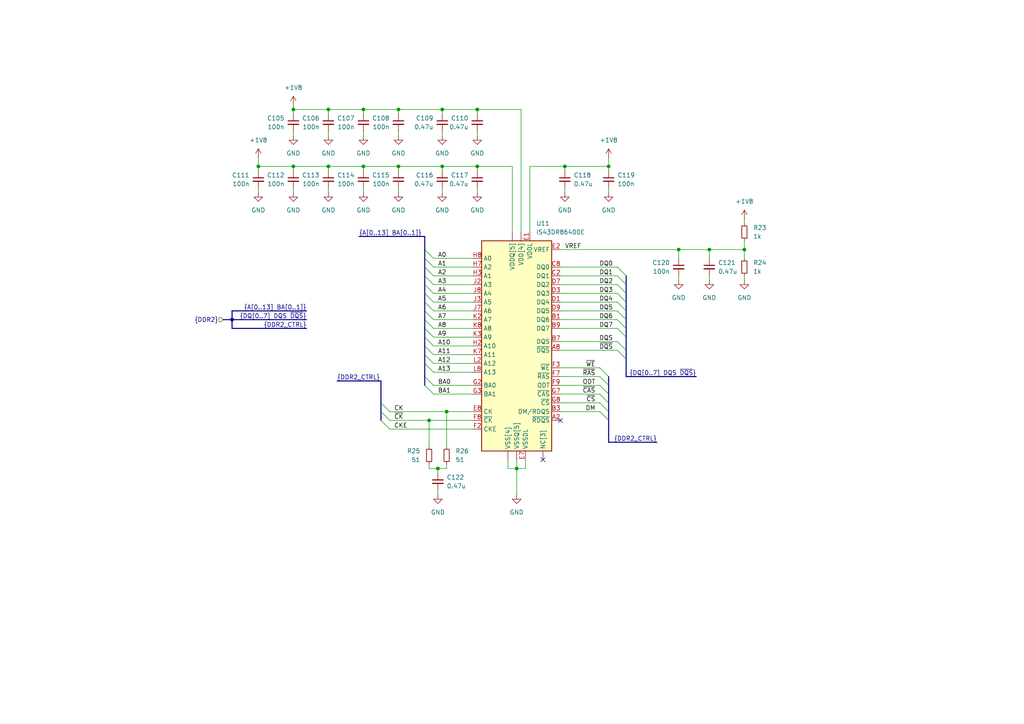
<source format=kicad_sch>
(kicad_sch (version 20231120) (generator "eeschema") (generator_version "8.0")
  (paper "A4")
  (title_block (title "${Project Designation}") (date "2024-06-30") (rev "${Revision}") (comment 1 "${Project Title}") (comment 2 "DDR2") (comment 3 "${Part Number}"))
  (lib_symbols
    (symbol "Device:C_Small" (pin_numbers hide) (pin_names (offset 0.254) hide)
      (property "Reference" "C" (at 0.254 1.778 0))
      (property "Value" "C_Small" (at 0.254 -2.032 0))
      (symbol "C_Small_0_1"
        (polyline (pts (xy -1.524 -0.508) (xy 1.524 -0.508)) (stroke (width 0.3302)))
        (polyline (pts (xy -1.524 0.508) (xy 1.524 0.508)) (stroke (width 0.3048)))
      )
      (symbol "C_Small_1_1"
        (pin passive line (at 0 2.54 270) (length 2.032) (name "~") (number "1"))
        (pin passive line (at 0 -2.54 90) (length 2.032) (name "~") (number "2"))
      )
    )
    (symbol "Device:R_Small" (pin_numbers hide) (pin_names (offset 0.254) hide)
      (property "Reference" "R" (at 0.762 0.508 0))
      (property "Value" "R_Small" (at 0.762 -1.016 0))
      (symbol "R_Small_0_1"
        (rectangle (start -0.762 1.778) (end 0.762 -1.778) (stroke (width 0.2032)))
      )
      (symbol "R_Small_1_1"
        (pin passive line (at 0 2.54 270) (length 0.762) (name "~") (number "1"))
        (pin passive line (at 0 -2.54 90) (length 0.762) (name "~") (number "2"))
      )
    )
    (symbol "ECAP5-BSOM:IS43DR86400E"
      (property "Reference" "U" (at -10.16 30.48 0))
      (property "Value" "IS43DR86400E" (at 4.826 30.48 0))
      (symbol "IS43DR86400E_0_0"
        (pin input line (at 7.62 -34.29 90) (length 2.54) (name "NC[3]") (number ""))
        (pin input line (at -1.27 31.75 270) (length 2.54) (name "VDDQ[5]") (number ""))
        (pin input line (at 1.27 31.75 270) (length 2.54) (name "VDD[4]") (number ""))
        (pin input line (at 0 -34.29 90) (length 2.54) (name "VSSQ[5]") (number ""))
        (pin input line (at -2.54 -34.29 90) (length 2.54) (name "VSS[4]") (number ""))
        (pin input line (at 1.27 31.75 270) (length 2.54) hide (name "VDD") (number "A1"))
        (pin input line (at 12.7 -22.86 180) (length 2.54) (name "~{RDQS}") (number "A2"))
        (pin input line (at -2.54 -34.29 90) (length 2.54) hide (name "VSS") (number "A3"))
        (pin input line (at 0 -34.29 90) (length 2.54) hide (name "VSSQ") (number "A7"))
        (pin input line (at 12.7 -2.54 180) (length 2.54) (name "~{DQS}") (number "A8"))
        (pin input line (at -1.27 31.75 270) (length 2.54) hide (name "VDDQ") (number "A9"))
        (pin input line (at 12.7 6.35 180) (length 2.54) (name "DQ6") (number "B1"))
        (pin input line (at 0 -34.29 90) (length 2.54) hide (name "VSSQ") (number "B2"))
        (pin input line (at 12.7 -20.32 180) (length 2.54) (name "DM/RDQS") (number "B3"))
        (pin input line (at 12.7 0 180) (length 2.54) (name "DQS") (number "B7"))
        (pin input line (at 0 -34.29 90) (length 2.54) hide (name "VSSQ") (number "B8"))
        (pin input line (at 12.7 3.81 180) (length 2.54) (name "DQ7") (number "B9"))
        (pin input line (at -1.27 31.75 270) (length 2.54) hide (name "VDDQ") (number "C1"))
        (pin input line (at 12.7 19.05 180) (length 2.54) (name "DQ1") (number "C2"))
        (pin input line (at -1.27 31.75 270) (length 2.54) hide (name "VDDQ") (number "C3"))
        (pin input line (at -1.27 31.75 270) (length 2.54) hide (name "VDDQ") (number "C7"))
        (pin input line (at 12.7 21.59 180) (length 2.54) (name "DQ0") (number "C8"))
        (pin input line (at -1.27 31.75 270) (length 2.54) hide (name "VDDQ") (number "C9"))
        (pin input line (at 12.7 11.43 180) (length 2.54) (name "DQ4") (number "D1"))
        (pin input line (at 0 -34.29 90) (length 2.54) hide (name "VSSQ") (number "D2"))
        (pin input line (at 12.7 13.97 180) (length 2.54) (name "DQ3") (number "D3"))
        (pin input line (at 12.7 16.51 180) (length 2.54) (name "DQ2") (number "D7"))
        (pin input line (at 0 -34.29 90) (length 2.54) hide (name "VSSQ") (number "D8"))
        (pin input line (at 12.7 8.89 180) (length 2.54) (name "DQ5") (number "D9"))
        (pin input line (at 3.81 31.75 270) (length 2.54) (name "VDDL") (number "E1"))
        (pin input line (at 12.7 26.67 180) (length 2.54) (name "VREF") (number "E2"))
        (pin input line (at -2.54 -34.29 90) (length 2.54) hide (name "VSS") (number "E3"))
        (pin input line (at 2.54 -34.29 90) (length 2.54) (name "VSSDL") (number "E7"))
        (pin input line (at -12.7 -20.32 0) (length 2.54) (name "CK") (number "E8"))
        (pin input line (at 1.27 31.75 270) (length 2.54) hide (name "VDD") (number "E9"))
        (pin input line (at -12.7 -25.4 0) (length 2.54) (name "CKE") (number "F2"))
        (pin input line (at 12.7 -7.62 180) (length 2.54) (name "~{WE}") (number "F3"))
        (pin input line (at 12.7 -10.16 180) (length 2.54) (name "~{RAS}") (number "F7"))
        (pin input line (at -12.7 -22.86 0) (length 2.54) (name "~{CK}") (number "F8"))
        (pin input line (at 12.7 -12.7 180) (length 2.54) (name "ODT") (number "F9"))
        (pin input line (at 7.62 -34.29 90) (length 2.54) hide (name "NC") (number "G1"))
        (pin input line (at -12.7 -12.7 0) (length 2.54) (name "BA0") (number "G2"))
        (pin input line (at -12.7 -15.24 0) (length 2.54) (name "BA1") (number "G3"))
        (pin input line (at 12.7 -15.24 180) (length 2.54) (name "~{CAS}") (number "G7"))
        (pin input line (at 12.7 -17.78 180) (length 2.54) (name "~{CS}") (number "G8"))
        (pin input line (at -12.7 -1.27 0) (length 2.54) (name "A10") (number "H2"))
        (pin input line (at -12.7 19.05 0) (length 2.54) (name "A1") (number "H3"))
        (pin input line (at -12.7 21.59 0) (length 2.54) (name "A2") (number "H7"))
        (pin input line (at -12.7 24.13 0) (length 2.54) (name "A0") (number "H8"))
        (pin input line (at 1.27 31.75 270) (length 2.54) hide (name "VDD") (number "H9"))
        (pin input line (at -2.54 -34.29 90) (length 2.54) hide (name "VSS") (number "J1"))
        (pin input line (at -12.7 16.51 0) (length 2.54) (name "A3") (number "J2"))
        (pin input line (at -12.7 11.43 0) (length 2.54) (name "A5") (number "J3"))
        (pin input line (at -12.7 8.89 0) (length 2.54) (name "A6") (number "J7"))
        (pin input line (at -12.7 13.97 0) (length 2.54) (name "A4") (number "J8"))
        (pin input line (at -12.7 6.35 0) (length 2.54) (name "A7") (number "K2"))
        (pin input line (at -12.7 1.27 0) (length 2.54) (name "A9") (number "K3"))
        (pin input line (at -12.7 -3.81 0) (length 2.54) (name "A11") (number "K7"))
        (pin input line (at -12.7 3.81 0) (length 2.54) (name "A8") (number "K8"))
        (pin input line (at -2.54 -34.29 90) (length 2.54) hide (name "VSS") (number "K9"))
        (pin input line (at 1.27 31.75 270) (length 2.54) hide (name "VDD") (number "L1"))
        (pin input line (at -12.7 -6.35 0) (length 2.54) (name "A12") (number "L2"))
        (pin input line (at 7.62 -34.29 90) (length 2.54) hide (name "NC") (number "L3"))
        (pin input line (at 7.62 -34.29 90) (length 2.54) hide (name "NC") (number "L7"))
        (pin input line (at -12.7 -8.89 0) (length 2.54) (name "A13") (number "L8"))
      )
      (symbol "IS43DR86400E_0_1"
        (rectangle (start -10.16 29.21) (end 10.16 -31.75) (stroke (width 0.254)) (fill (type background)))
      )
    )
    (symbol "power:+1V8" (power) (pin_numbers hide) (pin_names (offset 0) hide)
      (property "Value" "+1V8" (at 0 3.556 0))
      (symbol "+1V8_0_1"
        (polyline (pts (xy -0.762 1.27) (xy 0 2.54)))
        (polyline (pts (xy 0 0) (xy 0 2.54)))
        (polyline (pts (xy 0 2.54) (xy 0.762 1.27)))
      )
      (symbol "+1V8_1_1"
        (pin power_in line (at 0 0 90) (length 0) (name "~") (number "1"))
      )
    )
    (symbol "power:GND" (power) (pin_numbers hide) (pin_names (offset 0) hide)
      (property "Value" "GND" (at 0 -3.81 0))
      (symbol "GND_0_1"
        (polyline (pts (xy 0 0) (xy 0 -1.27) (xy 1.27 -1.27) (xy 0 -2.54) (xy -1.27 -1.27) (xy 0 -1.27)))
      )
      (symbol "GND_1_1"
        (pin power_in line (at 0 0 270) (length 0) (name "~") (number "1"))
      )
    )
  )
  (bus_alias "DDR2" (members "A[0..13]" "BA[0..1]" "DQ[0..7]" "DQS" "~{DQS}" "{DDR2_CTRL}"))
  (bus_alias "DDR2_CTRL" (members "~{LB}" "~{UB}" "~{WE}" "~{OE}" "~{CE}"))
  (junction (at 115.57 48.26))
  (junction (at 124.46 121.92))
  (junction (at 127 135.89))
  (junction (at 128.27 31.75))
  (junction (at 85.09 31.75))
  (junction (at 196.85 72.39))
  (junction (at 67.31 92.71))
  (junction (at 129.54 119.38))
  (junction (at 115.57 31.75))
  (junction (at 105.41 31.75))
  (junction (at 138.43 48.26))
  (junction (at 176.53 48.26))
  (junction (at 95.25 31.75))
  (junction (at 138.43 31.75))
  (junction (at 205.74 72.39))
  (junction (at 163.83 48.26))
  (junction (at 85.09 48.26))
  (junction (at 149.86 135.89))
  (junction (at 215.9 72.39))
  (junction (at 95.25 48.26))
  (junction (at 74.93 48.26))
  (junction (at 105.41 48.26))
  (junction (at 128.27 48.26))
  (no_connect (at 157.48 133.35))
  (no_connect (at 162.56 121.92))
  (bus_entry (at 176.53 114.3) (size -2.54 -2.54))
  (bus_entry (at 181.61 82.55) (size -2.54 -2.54))
  (bus_entry (at 181.61 80.01) (size -2.54 -2.54))
  (bus_entry (at 123.19 105.41) (size 2.54 2.54))
  (bus_entry (at 181.61 92.71) (size -2.54 -2.54))
  (bus_entry (at 123.19 95.25) (size 2.54 2.54))
  (bus_entry (at 123.19 77.47) (size 2.54 2.54))
  (bus_entry (at 123.19 87.63) (size 2.54 2.54))
  (bus_entry (at 123.19 109.22) (size 2.54 2.54))
  (bus_entry (at 123.19 102.87) (size 2.54 2.54))
  (bus_entry (at 123.19 80.01) (size 2.54 2.54))
  (bus_entry (at 176.53 111.76) (size -2.54 -2.54))
  (bus_entry (at 110.49 116.84) (size 2.54 2.54))
  (bus_entry (at 110.49 121.92) (size 2.54 2.54))
  (bus_entry (at 176.53 119.38) (size -2.54 -2.54))
  (bus_entry (at 110.49 119.38) (size 2.54 2.54))
  (bus_entry (at 176.53 116.84) (size -2.54 -2.54))
  (bus_entry (at 181.61 104.14) (size -2.54 -2.54))
  (bus_entry (at 181.61 85.09) (size -2.54 -2.54))
  (bus_entry (at 123.19 74.93) (size 2.54 2.54))
  (bus_entry (at 176.53 109.22) (size -2.54 -2.54))
  (bus_entry (at 123.19 85.09) (size 2.54 2.54))
  (bus_entry (at 123.19 111.76) (size 2.54 2.54))
  (bus_entry (at 123.19 90.17) (size 2.54 2.54))
  (bus_entry (at 123.19 92.71) (size 2.54 2.54))
  (bus_entry (at 181.61 90.17) (size -2.54 -2.54))
  (bus_entry (at 181.61 87.63) (size -2.54 -2.54))
  (bus_entry (at 181.61 95.25) (size -2.54 -2.54))
  (bus_entry (at 123.19 97.79) (size 2.54 2.54))
  (bus_entry (at 181.61 101.6) (size -2.54 -2.54))
  (bus_entry (at 176.53 121.92) (size -2.54 -2.54))
  (bus_entry (at 123.19 72.39) (size 2.54 2.54))
  (bus_entry (at 181.61 97.79) (size -2.54 -2.54))
  (bus_entry (at 123.19 82.55) (size 2.54 2.54))
  (bus_entry (at 123.19 100.33) (size 2.54 2.54))
  (wire (pts (xy 124.46 134.62) (xy 124.46 135.89)))
  (wire (pts (xy 105.41 38.1) (xy 105.41 39.37)))
  (bus (pts (xy 110.49 116.84) (xy 110.49 119.38)))
  (bus (pts (xy 104.14 68.58) (xy 123.19 68.58)))
  (wire (pts (xy 129.54 119.38) (xy 137.16 119.38)))
  (wire (pts (xy 95.25 31.75) (xy 95.25 33.02)))
  (wire (pts (xy 124.46 135.89) (xy 127 135.89)))
  (bus (pts (xy 181.61 90.17) (xy 181.61 87.63)))
  (wire (pts (xy 215.9 63.5) (xy 215.9 64.77)))
  (bus (pts (xy 181.61 92.71) (xy 181.61 90.17)))
  (wire (pts (xy 176.53 45.72) (xy 176.53 48.26)))
  (wire (pts (xy 85.09 38.1) (xy 85.09 39.37)))
  (wire (pts (xy 125.73 82.55) (xy 137.16 82.55)))
  (bus (pts (xy 67.31 92.71) (xy 88.9 92.71)))
  (wire (pts (xy 162.56 95.25) (xy 179.07 95.25)))
  (wire (pts (xy 128.27 31.75) (xy 115.57 31.75)))
  (wire (pts (xy 163.83 48.26) (xy 163.83 49.53)))
  (wire (pts (xy 113.03 119.38) (xy 129.54 119.38)))
  (wire (pts (xy 149.86 133.35) (xy 149.86 135.89)))
  (wire (pts (xy 125.73 107.95) (xy 137.16 107.95)))
  (bus (pts (xy 123.19 111.76) (xy 123.19 109.22)))
  (wire (pts (xy 125.73 85.09) (xy 137.16 85.09)))
  (bus (pts (xy 123.19 87.63) (xy 123.19 85.09)))
  (bus (pts (xy 123.19 90.17) (xy 123.19 87.63)))
  (wire (pts (xy 162.56 114.3) (xy 173.99 114.3)))
  (wire (pts (xy 125.73 87.63) (xy 137.16 87.63)))
  (wire (pts (xy 125.73 95.25) (xy 137.16 95.25)))
  (bus (pts (xy 176.53 111.76) (xy 176.53 109.22)))
  (bus (pts (xy 97.79 110.49) (xy 110.49 110.49)))
  (wire (pts (xy 153.67 48.26) (xy 153.67 67.31)))
  (wire (pts (xy 125.73 90.17) (xy 137.16 90.17)))
  (wire (pts (xy 162.56 92.71) (xy 179.07 92.71)))
  (bus (pts (xy 67.31 92.71) (xy 67.31 95.25)))
  (bus (pts (xy 123.19 105.41) (xy 123.19 102.87)))
  (wire (pts (xy 128.27 38.1) (xy 128.27 39.37)))
  (wire (pts (xy 148.59 48.26) (xy 148.59 67.31)))
  (wire (pts (xy 95.25 38.1) (xy 95.25 39.37)))
  (bus (pts (xy 67.31 92.71) (xy 67.31 90.17)))
  (wire (pts (xy 162.56 72.39) (xy 196.85 72.39)))
  (bus (pts (xy 176.53 114.3) (xy 176.53 111.76)))
  (bus (pts (xy 123.19 100.33) (xy 123.19 97.79)))
  (bus (pts (xy 176.53 128.27) (xy 190.5 128.27)))
  (bus (pts (xy 123.19 68.58) (xy 123.19 72.39)))
  (wire (pts (xy 128.27 31.75) (xy 138.43 31.75)))
  (bus (pts (xy 181.61 101.6) (xy 181.61 104.14)))
  (bus (pts (xy 123.19 92.71) (xy 123.19 90.17)))
  (bus (pts (xy 64.77 92.71) (xy 67.31 92.71)))
  (wire (pts (xy 128.27 54.61) (xy 128.27 55.88)))
  (wire (pts (xy 196.85 72.39) (xy 196.85 74.93)))
  (wire (pts (xy 127 135.89) (xy 127 137.16)))
  (wire (pts (xy 105.41 48.26) (xy 95.25 48.26)))
  (wire (pts (xy 162.56 87.63) (xy 179.07 87.63)))
  (wire (pts (xy 215.9 80.01) (xy 215.9 81.28)))
  (wire (pts (xy 85.09 48.26) (xy 74.93 48.26)))
  (wire (pts (xy 173.99 111.76) (xy 162.56 111.76)))
  (wire (pts (xy 162.56 119.38) (xy 173.99 119.38)))
  (wire (pts (xy 128.27 48.26) (xy 128.27 49.53)))
  (wire (pts (xy 125.73 92.71) (xy 137.16 92.71)))
  (wire (pts (xy 138.43 54.61) (xy 138.43 55.88)))
  (wire (pts (xy 105.41 31.75) (xy 115.57 31.75)))
  (bus (pts (xy 67.31 90.17) (xy 88.9 90.17)))
  (wire (pts (xy 163.83 54.61) (xy 163.83 55.88)))
  (wire (pts (xy 129.54 119.38) (xy 129.54 129.54)))
  (wire (pts (xy 115.57 54.61) (xy 115.57 55.88)))
  (wire (pts (xy 138.43 48.26) (xy 148.59 48.26)))
  (wire (pts (xy 125.73 102.87) (xy 137.16 102.87)))
  (bus (pts (xy 181.61 97.79) (xy 181.61 101.6)))
  (wire (pts (xy 151.13 31.75) (xy 151.13 67.31)))
  (wire (pts (xy 113.03 121.92) (xy 124.46 121.92)))
  (wire (pts (xy 125.73 100.33) (xy 137.16 100.33)))
  (wire (pts (xy 162.56 109.22) (xy 173.99 109.22)))
  (wire (pts (xy 152.4 133.35) (xy 152.4 135.89)))
  (wire (pts (xy 215.9 72.39) (xy 215.9 74.93)))
  (wire (pts (xy 127 142.24) (xy 127 143.51)))
  (wire (pts (xy 105.41 31.75) (xy 95.25 31.75)))
  (wire (pts (xy 74.93 54.61) (xy 74.93 55.88)))
  (wire (pts (xy 95.25 31.75) (xy 85.09 31.75)))
  (wire (pts (xy 74.93 48.26) (xy 74.93 49.53)))
  (wire (pts (xy 85.09 30.48) (xy 85.09 31.75)))
  (wire (pts (xy 149.86 135.89) (xy 149.86 143.51)))
  (bus (pts (xy 123.19 95.25) (xy 123.19 92.71)))
  (bus (pts (xy 123.19 80.01) (xy 123.19 77.47)))
  (wire (pts (xy 115.57 31.75) (xy 115.57 33.02)))
  (wire (pts (xy 115.57 38.1) (xy 115.57 39.37)))
  (bus (pts (xy 123.19 77.47) (xy 123.19 74.93)))
  (wire (pts (xy 125.73 97.79) (xy 137.16 97.79)))
  (bus (pts (xy 181.61 109.22) (xy 201.93 109.22)))
  (bus (pts (xy 176.53 128.27) (xy 176.53 121.92)))
  (bus (pts (xy 88.9 95.25) (xy 67.31 95.25)))
  (bus (pts (xy 181.61 82.55) (xy 181.61 80.01)))
  (wire (pts (xy 147.32 133.35) (xy 147.32 135.89)))
  (wire (pts (xy 138.43 48.26) (xy 128.27 48.26)))
  (bus (pts (xy 123.19 74.93) (xy 123.19 72.39)))
  (wire (pts (xy 125.73 111.76) (xy 137.16 111.76)))
  (wire (pts (xy 105.41 31.75) (xy 105.41 33.02)))
  (wire (pts (xy 74.93 45.72) (xy 74.93 48.26)))
  (bus (pts (xy 176.53 119.38) (xy 176.53 116.84)))
  (wire (pts (xy 179.07 77.47) (xy 162.56 77.47)))
  (bus (pts (xy 181.61 109.22) (xy 181.61 104.14)))
  (wire (pts (xy 215.9 69.85) (xy 215.9 72.39)))
  (bus (pts (xy 181.61 85.09) (xy 181.61 82.55)))
  (wire (pts (xy 176.53 54.61) (xy 176.53 55.88)))
  (wire (pts (xy 85.09 54.61) (xy 85.09 55.88)))
  (bus (pts (xy 123.19 82.55) (xy 123.19 80.01)))
  (wire (pts (xy 205.74 72.39) (xy 215.9 72.39)))
  (wire (pts (xy 138.43 38.1) (xy 138.43 39.37)))
  (wire (pts (xy 176.53 48.26) (xy 176.53 49.53)))
  (wire (pts (xy 127 135.89) (xy 129.54 135.89)))
  (wire (pts (xy 153.67 48.26) (xy 163.83 48.26)))
  (wire (pts (xy 95.25 48.26) (xy 95.25 49.53)))
  (wire (pts (xy 115.57 48.26) (xy 105.41 48.26)))
  (wire (pts (xy 115.57 48.26) (xy 115.57 49.53)))
  (wire (pts (xy 162.56 101.6) (xy 179.07 101.6)))
  (bus (pts (xy 110.49 119.38) (xy 110.49 121.92)))
  (wire (pts (xy 124.46 121.92) (xy 124.46 129.54)))
  (wire (pts (xy 152.4 135.89) (xy 149.86 135.89)))
  (wire (pts (xy 95.25 48.26) (xy 85.09 48.26)))
  (wire (pts (xy 205.74 80.01) (xy 205.74 81.28)))
  (wire (pts (xy 125.73 77.47) (xy 137.16 77.47)))
  (bus (pts (xy 123.19 109.22) (xy 123.19 105.41)))
  (wire (pts (xy 125.73 114.3) (xy 137.16 114.3)))
  (bus (pts (xy 110.49 116.84) (xy 110.49 110.49)))
  (wire (pts (xy 85.09 48.26) (xy 85.09 49.53)))
  (wire (pts (xy 162.56 80.01) (xy 179.07 80.01)))
  (wire (pts (xy 113.03 124.46) (xy 137.16 124.46)))
  (wire (pts (xy 125.73 105.41) (xy 137.16 105.41)))
  (bus (pts (xy 176.53 116.84) (xy 176.53 114.3)))
  (bus (pts (xy 181.61 95.25) (xy 181.61 92.71)))
  (bus (pts (xy 123.19 85.09) (xy 123.19 82.55)))
  (wire (pts (xy 138.43 48.26) (xy 138.43 49.53)))
  (wire (pts (xy 95.25 54.61) (xy 95.25 55.88)))
  (bus (pts (xy 176.53 121.92) (xy 176.53 119.38)))
  (bus (pts (xy 123.19 102.87) (xy 123.19 100.33)))
  (wire (pts (xy 162.56 90.17) (xy 179.07 90.17)))
  (wire (pts (xy 162.56 82.55) (xy 179.07 82.55)))
  (wire (pts (xy 125.73 74.93) (xy 137.16 74.93)))
  (bus (pts (xy 123.19 97.79) (xy 123.19 95.25)))
  (wire (pts (xy 124.46 121.92) (xy 137.16 121.92)))
  (wire (pts (xy 129.54 134.62) (xy 129.54 135.89)))
  (wire (pts (xy 128.27 48.26) (xy 115.57 48.26)))
  (wire (pts (xy 147.32 135.89) (xy 149.86 135.89)))
  (wire (pts (xy 85.09 31.75) (xy 85.09 33.02)))
  (wire (pts (xy 128.27 31.75) (xy 128.27 33.02)))
  (wire (pts (xy 163.83 48.26) (xy 176.53 48.26)))
  (wire (pts (xy 173.99 106.68) (xy 162.56 106.68)))
  (wire (pts (xy 205.74 74.93) (xy 205.74 72.39)))
  (wire (pts (xy 138.43 31.75) (xy 138.43 33.02)))
  (wire (pts (xy 105.41 54.61) (xy 105.41 55.88)))
  (wire (pts (xy 196.85 72.39) (xy 205.74 72.39)))
  (bus (pts (xy 181.61 87.63) (xy 181.61 85.09)))
  (wire (pts (xy 173.99 116.84) (xy 162.56 116.84)))
  (wire (pts (xy 125.73 80.01) (xy 137.16 80.01)))
  (wire (pts (xy 162.56 99.06) (xy 179.07 99.06)))
  (wire (pts (xy 162.56 85.09) (xy 179.07 85.09)))
  (wire (pts (xy 138.43 31.75) (xy 151.13 31.75)))
  (wire (pts (xy 196.85 80.01) (xy 196.85 81.28)))
  (bus (pts (xy 181.61 95.25) (xy 181.61 97.79)))
  (wire (pts (xy 105.41 48.26) (xy 105.41 49.53)))
  (label "{DDR2_CTRL}" (at 88.9 95.25 180))
  (label "A3" (at 127 82.55 0))
  (label "A9" (at 127 97.79 0))
  (label "BA1" (at 127 114.3 0))
  (label "~{DQS}" (at 177.8 101.6 180))
  (label "DQ7" (at 177.8 95.25 180))
  (label "{A[0..13] BA[0..1]}" (at 88.9 90.17 180))
  (label "DQS" (at 177.8 99.06 180))
  (label "DQ0" (at 177.8 77.47 180))
  (label "DQ3" (at 177.8 85.09 180))
  (label "{DDR2_CTRL}" (at 190.5 128.27 180))
  (label "DM" (at 172.72 119.38 180))
  (label "A5" (at 127 87.63 0))
  (label "CK" (at 114.3 119.38 0))
  (label "A7" (at 127 92.71 0))
  (label "DQ1" (at 177.8 80.01 180))
  (label "~{CS}" (at 172.72 116.84 180))
  (label "A4" (at 127 85.09 0))
  (label "~{CK}" (at 114.3 121.92 0))
  (label "A6" (at 127 90.17 0))
  (label "~{WE}" (at 172.72 106.68 180))
  (label "DQ5" (at 177.8 90.17 180))
  (label "~{RAS}" (at 172.72 109.22 180))
  (label "{DQ[0..7] DQS ~{DQS}}" (at 88.9 92.71 180))
  (label "A0" (at 127 74.93 0))
  (label "A10" (at 127 100.33 0))
  (label "BA0" (at 127 111.76 0))
  (label "CKE" (at 114.3 124.46 0))
  (label "A13" (at 127 107.95 0))
  (label "DQ6" (at 177.8 92.71 180))
  (label "{DQ[0..7] DQS ~{DQS}}" (at 201.93 109.22 180))
  (label "ODT" (at 172.72 111.76 180))
  (label "DQ2" (at 177.8 82.55 180))
  (label "VREF" (at 163.83 72.39 0))
  (label "A8" (at 127 95.25 0))
  (label "DQ4" (at 177.8 87.63 180))
  (label "{DDR2_CTRL}" (at 97.79 110.49 0))
  (label "{A[0..13] BA[0..1]}" (at 104.14 68.58 0))
  (label "A1" (at 127 77.47 0))
  (label "~{CAS}" (at 172.72 114.3 180))
  (label "A12" (at 127 105.41 0))
  (label "A11" (at 127 102.87 0))
  (label "A2" (at 127 80.01 0))
  (hierarchical_label "{DDR2}" (shape input) (at 64.77 92.71 180))
  (symbol (lib_id "Device:C_Small") (at 85.09 35.56 0) (mirror y) (unit 1)
    (property "Reference" "C105" (at 82.55 34.2962 0) (effects (justify left)))
    (property "Value" "100n" (at 82.55 36.8362 0) (effects (justify left)))
    (property "Description" "Unpolarized capacitor, small symbol" (effects (hide yes)))
  )
  (symbol (lib_id "Device:C_Small") (at 115.57 52.07 0) (mirror y) (unit 1)
    (property "Reference" "C115" (at 113.03 50.8062 0) (effects (justify left)))
    (property "Value" "100n" (at 113.03 53.3462 0) (effects (justify left)))
    (property "Description" "Unpolarized capacitor, small symbol" (effects (hide yes)))
  )
  (symbol (lib_id "power:GND") (at 127 143.51 0) (unit 1)
    (property "Reference" "#PWR0132" (effects (hide yes)))
    (property "Value" "GND" (at 127 148.59 0))
    (property "Description" "Power symbol creates a global label with name \"GND\" , ground" (effects (hide yes)))
  )
  (symbol (lib_id "power:GND") (at 138.43 55.88 0) (mirror y) (unit 1)
    (property "Reference" "#PWR0125" (effects (hide yes)))
    (property "Value" "GND" (at 138.43 60.96 0))
    (property "Description" "Power symbol creates a global label with name \"GND\" , ground" (effects (hide yes)))
  )
  (symbol (lib_id "Device:C_Small") (at 115.57 35.56 0) (mirror y) (unit 1)
    (property "Reference" "C108" (at 113.03 34.2962 0) (effects (justify left)))
    (property "Value" "100n" (at 113.03 36.8362 0) (effects (justify left)))
    (property "Description" "Unpolarized capacitor, small symbol" (effects (hide yes)))
  )
  (symbol (lib_id "Device:R_Small") (at 129.54 132.08 0) (unit 1)
    (property "Reference" "R26" (at 132.08 130.8099 0) (effects (justify left)))
    (property "Value" "51" (at 132.08 133.3499 0) (effects (justify left)))
    (property "Description" "Resistor, small symbol" (effects (hide yes)))
  )
  (symbol (lib_id "Device:C_Small") (at 85.09 52.07 0) (mirror y) (unit 1)
    (property "Reference" "C112" (at 82.55 50.8062 0) (effects (justify left)))
    (property "Value" "100n" (at 82.55 53.3462 0) (effects (justify left)))
    (property "Description" "Unpolarized capacitor, small symbol" (effects (hide yes)))
  )
  (symbol (lib_id "Device:C_Small") (at 138.43 35.56 0) (mirror y) (unit 1)
    (property "Reference" "C110" (at 135.89 34.2962 0) (effects (justify left)))
    (property "Value" "0.47u" (at 135.89 36.8362 0) (effects (justify left)))
    (property "Description" "Unpolarized capacitor, small symbol" (effects (hide yes)))
  )
  (symbol (lib_id "power:+1V8") (at 176.53 45.72 0) (unit 1)
    (property "Reference" "#PWR0118" (effects (hide yes)))
    (property "Value" "+1V8" (at 176.53 40.64 0))
    (property "Description" "Power symbol creates a global label with name \"+1V8\"" (effects (hide yes)))
  )
  (symbol (lib_id "power:GND") (at 205.74 81.28 0) (unit 1)
    (property "Reference" "#PWR0130" (effects (hide yes)))
    (property "Value" "GND" (at 205.74 86.36 0))
    (property "Description" "Power symbol creates a global label with name \"GND\" , ground" (effects (hide yes)))
  )
  (symbol (lib_id "power:+1V8") (at 85.09 30.48 0) (unit 1)
    (property "Reference" "#PWR0110" (effects (hide yes)))
    (property "Value" "+1V8" (at 85.09 25.4 0))
    (property "Description" "Power symbol creates a global label with name \"+1V8\"" (effects (hide yes)))
  )
  (symbol (lib_id "power:GND") (at 95.25 55.88 0) (mirror y) (unit 1)
    (property "Reference" "#PWR0121" (effects (hide yes)))
    (property "Value" "GND" (at 95.25 60.96 0))
    (property "Description" "Power symbol creates a global label with name \"GND\" , ground" (effects (hide yes)))
  )
  (symbol (lib_id "power:GND") (at 115.57 55.88 0) (mirror y) (unit 1)
    (property "Reference" "#PWR0123" (effects (hide yes)))
    (property "Value" "GND" (at 115.57 60.96 0))
    (property "Description" "Power symbol creates a global label with name \"GND\" , ground" (effects (hide yes)))
  )
  (symbol (lib_id "Device:C_Small") (at 138.43 52.07 0) (mirror y) (unit 1)
    (property "Reference" "C117" (at 135.89 50.8062 0) (effects (justify left)))
    (property "Value" "0.47u" (at 135.89 53.3462 0) (effects (justify left)))
    (property "Description" "Unpolarized capacitor, small symbol" (effects (hide yes)))
  )
  (symbol (lib_id "power:GND") (at 95.25 39.37 0) (mirror y) (unit 1)
    (property "Reference" "#PWR0112" (effects (hide yes)))
    (property "Value" "GND" (at 95.25 44.45 0))
    (property "Description" "Power symbol creates a global label with name \"GND\" , ground" (effects (hide yes)))
  )
  (symbol (lib_id "Device:C_Small") (at 163.83 52.07 0) (unit 1)
    (property "Reference" "C118" (at 166.37 50.8062 0) (effects (justify left)))
    (property "Value" "0.47u" (at 166.37 53.3462 0) (effects (justify left)))
    (property "Description" "Unpolarized capacitor, small symbol" (effects (hide yes)))
  )
  (symbol (lib_id "power:+1V8") (at 215.9 63.5 0) (unit 1)
    (property "Reference" "#PWR0128" (effects (hide yes)))
    (property "Value" "+1V8" (at 215.9 58.42 0))
    (property "Description" "Power symbol creates a global label with name \"+1V8\"" (effects (hide yes)))
  )
  (symbol (lib_id "power:GND") (at 196.85 81.28 0) (mirror y) (unit 1)
    (property "Reference" "#PWR0129" (effects (hide yes)))
    (property "Value" "GND" (at 196.85 86.36 0))
    (property "Description" "Power symbol creates a global label with name \"GND\" , ground" (effects (hide yes)))
  )
  (symbol (lib_id "power:GND") (at 85.09 55.88 0) (mirror y) (unit 1)
    (property "Reference" "#PWR0120" (effects (hide yes)))
    (property "Value" "GND" (at 85.09 60.96 0))
    (property "Description" "Power symbol creates a global label with name \"GND\" , ground" (effects (hide yes)))
  )
  (symbol (lib_id "Device:R_Small") (at 215.9 67.31 0) (unit 1)
    (property "Reference" "R23" (at 218.44 66.0399 0) (effects (justify left)))
    (property "Value" "1k" (at 218.44 68.5799 0) (effects (justify left)))
    (property "Description" "Resistor, small symbol" (effects (hide yes)))
  )
  (symbol (lib_id "power:+1V8") (at 74.93 45.72 0) (unit 1)
    (property "Reference" "#PWR0117" (effects (hide yes)))
    (property "Value" "+1V8" (at 74.93 40.64 0))
    (property "Description" "Power symbol creates a global label with name \"+1V8\"" (effects (hide yes)))
  )
  (symbol (lib_id "Device:C_Small") (at 95.25 35.56 0) (mirror y) (unit 1)
    (property "Reference" "C106" (at 92.71 34.2962 0) (effects (justify left)))
    (property "Value" "100n" (at 92.71 36.8362 0) (effects (justify left)))
    (property "Description" "Unpolarized capacitor, small symbol" (effects (hide yes)))
  )
  (symbol (lib_id "power:GND") (at 128.27 55.88 0) (mirror y) (unit 1)
    (property "Reference" "#PWR0124" (effects (hide yes)))
    (property "Value" "GND" (at 128.27 60.96 0))
    (property "Description" "Power symbol creates a global label with name \"GND\" , ground" (effects (hide yes)))
  )
  (symbol (lib_id "power:GND") (at 128.27 39.37 0) (mirror y) (unit 1)
    (property "Reference" "#PWR0115" (effects (hide yes)))
    (property "Value" "GND" (at 128.27 44.45 0))
    (property "Description" "Power symbol creates a global label with name \"GND\" , ground" (effects (hide yes)))
  )
  (symbol (lib_id "Device:C_Small") (at 176.53 52.07 0) (unit 1)
    (property "Reference" "C119" (at 179.07 50.8062 0) (effects (justify left)))
    (property "Value" "100n" (at 179.07 53.3462 0) (effects (justify left)))
    (property "Description" "Unpolarized capacitor, small symbol" (effects (hide yes)))
  )
  (symbol (lib_id "power:GND") (at 149.86 143.51 0) (unit 1)
    (property "Reference" "#PWR0133" (effects (hide yes)))
    (property "Value" "GND" (at 149.86 148.59 0))
    (property "Description" "Power symbol creates a global label with name \"GND\" , ground" (effects (hide yes)))
  )
  (symbol (lib_id "Device:C_Small") (at 95.25 52.07 0) (mirror y) (unit 1)
    (property "Reference" "C113" (at 92.71 50.8062 0) (effects (justify left)))
    (property "Value" "100n" (at 92.71 53.3462 0) (effects (justify left)))
    (property "Description" "Unpolarized capacitor, small symbol" (effects (hide yes)))
  )
  (symbol (lib_id "ECAP5-BSOM:IS43DR86400E") (at 149.86 99.06 0) (unit 1)
    (property "Reference" "U11" (at 157.48 64.8014 0))
    (property "Value" "IS43DR86400E" (at 162.56 67.3414 0))
    (property "Datasheet" "https://www.mouser.fr/datasheet/2/198/43_46DR86400E_16320E-1102465.pdf" (effects (hide yes)))
    (property "Description" "32Mx16 DDR2 DRAM" (effects (hide yes)))
  )
  (symbol (lib_id "Device:C_Small") (at 196.85 77.47 0) (mirror y) (unit 1)
    (property "Reference" "C120" (at 194.31 76.2062 0) (effects (justify left)))
    (property "Value" "100n" (at 194.31 78.7462 0) (effects (justify left)))
    (property "Description" "Unpolarized capacitor, small symbol" (effects (hide yes)))
  )
  (symbol (lib_id "power:GND") (at 215.9 81.28 0) (unit 1)
    (property "Reference" "#PWR0131" (effects (hide yes)))
    (property "Value" "GND" (at 215.9 86.36 0))
    (property "Description" "Power symbol creates a global label with name \"GND\" , ground" (effects (hide yes)))
  )
  (symbol (lib_id "Device:C_Small") (at 74.93 52.07 0) (mirror y) (unit 1)
    (property "Reference" "C111" (at 72.39 50.8062 0) (effects (justify left)))
    (property "Value" "100n" (at 72.39 53.3462 0) (effects (justify left)))
    (property "Description" "Unpolarized capacitor, small symbol" (effects (hide yes)))
  )
  (symbol (lib_id "Device:C_Small") (at 105.41 52.07 0) (mirror y) (unit 1)
    (property "Reference" "C114" (at 102.87 50.8062 0) (effects (justify left)))
    (property "Value" "100n" (at 102.87 53.3462 0) (effects (justify left)))
    (property "Description" "Unpolarized capacitor, small symbol" (effects (hide yes)))
  )
  (symbol (lib_id "Device:R_Small") (at 124.46 132.08 0) (mirror y) (unit 1)
    (property "Reference" "R25" (at 121.92 130.8099 0) (effects (justify left)))
    (property "Value" "51" (at 121.92 133.3499 0) (effects (justify left)))
    (property "Description" "Resistor, small symbol" (effects (hide yes)))
  )
  (symbol (lib_id "power:GND") (at 105.41 39.37 0) (mirror y) (unit 1)
    (property "Reference" "#PWR0113" (effects (hide yes)))
    (property "Value" "GND" (at 105.41 44.45 0))
    (property "Description" "Power symbol creates a global label with name \"GND\" , ground" (effects (hide yes)))
  )
  (symbol (lib_id "Device:C_Small") (at 128.27 35.56 0) (mirror y) (unit 1)
    (property "Reference" "C109" (at 125.73 34.2962 0) (effects (justify left)))
    (property "Value" "0.47u" (at 125.73 36.8362 0) (effects (justify left)))
    (property "Description" "Unpolarized capacitor, small symbol" (effects (hide yes)))
  )
  (symbol (lib_id "power:GND") (at 163.83 55.88 0) (unit 1)
    (property "Reference" "#PWR0126" (effects (hide yes)))
    (property "Value" "GND" (at 163.83 60.96 0))
    (property "Description" "Power symbol creates a global label with name \"GND\" , ground" (effects (hide yes)))
  )
  (symbol (lib_id "Device:C_Small") (at 205.74 77.47 0) (unit 1)
    (property "Reference" "C121" (at 208.28 76.2062 0) (effects (justify left)))
    (property "Value" "0.47u" (at 208.28 78.7462 0) (effects (justify left)))
    (property "Description" "Unpolarized capacitor, small symbol" (effects (hide yes)))
  )
  (symbol (lib_id "power:GND") (at 105.41 55.88 0) (mirror y) (unit 1)
    (property "Reference" "#PWR0122" (effects (hide yes)))
    (property "Value" "GND" (at 105.41 60.96 0))
    (property "Description" "Power symbol creates a global label with name \"GND\" , ground" (effects (hide yes)))
  )
  (symbol (lib_id "Device:C_Small") (at 128.27 52.07 0) (mirror y) (unit 1)
    (property "Reference" "C116" (at 125.73 50.8062 0) (effects (justify left)))
    (property "Value" "0.47u" (at 125.73 53.3462 0) (effects (justify left)))
    (property "Description" "Unpolarized capacitor, small symbol" (effects (hide yes)))
  )
  (symbol (lib_id "Device:C_Small") (at 105.41 35.56 0) (mirror y) (unit 1)
    (property "Reference" "C107" (at 102.87 34.2962 0) (effects (justify left)))
    (property "Value" "100n" (at 102.87 36.8362 0) (effects (justify left)))
    (property "Description" "Unpolarized capacitor, small symbol" (effects (hide yes)))
  )
  (symbol (lib_id "power:GND") (at 176.53 55.88 0) (unit 1)
    (property "Reference" "#PWR0127" (effects (hide yes)))
    (property "Value" "GND" (at 176.53 60.96 0))
    (property "Description" "Power symbol creates a global label with name \"GND\" , ground" (effects (hide yes)))
  )
  (symbol (lib_id "power:GND") (at 74.93 55.88 0) (mirror y) (unit 1)
    (property "Reference" "#PWR0119" (effects (hide yes)))
    (property "Value" "GND" (at 74.93 60.96 0))
    (property "Description" "Power symbol creates a global label with name \"GND\" , ground" (effects (hide yes)))
  )
  (symbol (lib_id "power:GND") (at 85.09 39.37 0) (mirror y) (unit 1)
    (property "Reference" "#PWR0111" (effects (hide yes)))
    (property "Value" "GND" (at 85.09 44.45 0))
    (property "Description" "Power symbol creates a global label with name \"GND\" , ground" (effects (hide yes)))
  )
  (symbol (lib_id "Device:C_Small") (at 127 139.7 0) (unit 1)
    (property "Reference" "C122" (at 129.54 138.4362 0) (effects (justify left)))
    (property "Value" "0.47u" (at 129.54 140.9762 0) (effects (justify left)))
    (property "Description" "Unpolarized capacitor, small symbol" (effects (hide yes)))
  )
  (symbol (lib_id "Device:R_Small") (at 215.9 77.47 0) (unit 1)
    (property "Reference" "R24" (at 218.44 76.1999 0) (effects (justify left)))
    (property "Value" "1k" (at 218.44 78.7399 0) (effects (justify left)))
    (property "Description" "Resistor, small symbol" (effects (hide yes)))
  )
  (symbol (lib_id "power:GND") (at 138.43 39.37 0) (mirror y) (unit 1)
    (property "Reference" "#PWR0116" (effects (hide yes)))
    (property "Value" "GND" (at 138.43 44.45 0))
    (property "Description" "Power symbol creates a global label with name \"GND\" , ground" (effects (hide yes)))
  )
  (symbol (lib_id "power:GND") (at 115.57 39.37 0) (mirror y) (unit 1)
    (property "Reference" "#PWR0114" (effects (hide yes)))
    (property "Value" "GND" (at 115.57 44.45 0))
    (property "Description" "Power symbol creates a global label with name \"GND\" , ground" (effects (hide yes)))
  )
)
</source>
